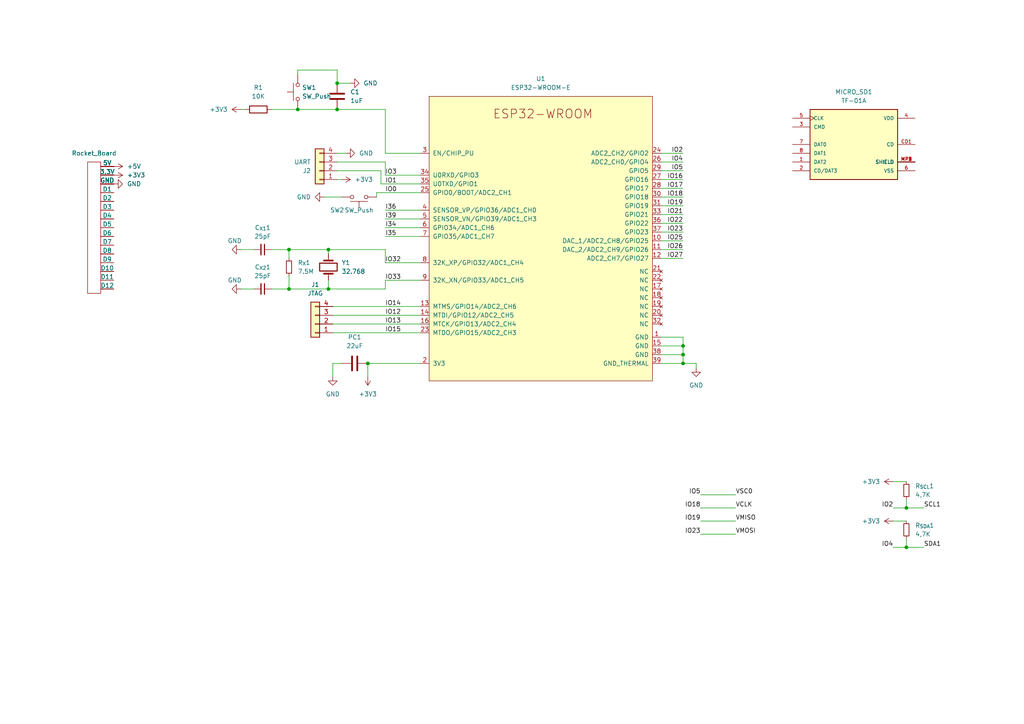
<source format=kicad_sch>
(kicad_sch (version 20211123) (generator eeschema)
  (paper "A4")
  (lib_symbols
    (symbol "BlueSat:Rocket_Board" (pin_numbers hide) (pin_names (offset 0))
      (property "Value" "Rocket_Board" (at 1.27 19.05 0))
      (symbol "Rocket_Board_0_1"
        (rectangle (start -3.81 -21.59) (end 0 16.51))
      )
      (symbol "Rocket_Board_1_1"
        (pin passive line (at 3.81 15.24 180) (length 3.81) (name "5V") (number "1"))
        (pin passive line (at 3.81 12.7 180) (length 3.81) (name "3.3V") (number "10"))
        (pin passive line (at 3.81 10.16 180) (length 3.81) (name "GND") (number "11"))
        (pin passive line (at 3.81 -2.54 180) (length 3.81) (name "D5") (number "12"))
        (pin passive line (at 3.81 -7.62 180) (length 3.81) (name "D7") (number "13"))
        (pin passive line (at 3.81 10.16 180) (length 3.81) (name "GND") (number "14"))
        (pin passive line (at 3.81 -12.7 180) (length 3.81) (name "D9") (number "15"))
        (pin passive line (at 3.81 -17.78 180) (length 3.81) (name "D11") (number "16"))
        (pin passive line (at 3.81 10.16 180) (length 3.81) (name "GND") (number "17"))
        (pin passive line (at 3.81 15.24 180) (length 3.81) (name "5V") (number "18"))
        (pin passive line (at 3.81 10.16 180) (length 3.81) (name "GND") (number "19"))
        (pin passive line (at 3.81 10.16 180) (length 3.81) (name "GND") (number "2"))
        (pin passive line (at 3.81 12.7 180) (length 3.81) (name "3.3V") (number "20"))
        (pin passive line (at 3.81 12.7 180) (length 3.81) (name "3.3V") (number "21"))
        (pin passive line (at 3.81 10.16 180) (length 3.81) (name "GND") (number "22"))
        (pin passive line (at 3.81 15.24 180) (length 3.81) (name "5V") (number "23"))
        (pin passive line (at 3.81 10.16 180) (length 3.81) (name "GND") (number "24"))
        (pin passive line (at 3.81 -20.32 180) (length 3.81) (name "D12") (number "25"))
        (pin passive line (at 3.81 -15.24 180) (length 3.81) (name "D10") (number "26"))
        (pin passive line (at 3.81 10.16 180) (length 3.81) (name "GND") (number "27"))
        (pin passive line (at 3.81 -10.16 180) (length 3.81) (name "D8") (number "28"))
        (pin passive line (at 3.81 -5.08 180) (length 3.81) (name "D6") (number "29"))
        (pin passive line (at 3.81 12.7 180) (length 3.81) (name "3.3V") (number "3"))
        (pin passive line (at 3.81 10.16 180) (length 3.81) (name "GND") (number "30"))
        (pin passive line (at 3.81 12.7 180) (length 3.81) (name "3.3V") (number "31"))
        (pin passive line (at 3.81 10.16 180) (length 3.81) (name "GND") (number "32"))
        (pin passive line (at 3.81 15.24 180) (length 3.81) (name "5V") (number "33"))
        (pin passive line (at 3.81 10.16 180) (length 3.81) (name "GND") (number "34"))
        (pin passive line (at 3.81 0 180) (length 3.81) (name "D4") (number "35"))
        (pin passive line (at 3.81 5.08 180) (length 3.81) (name "D2") (number "36"))
        (pin passive line (at 3.81 10.16 180) (length 3.81) (name "GND") (number "37"))
        (pin passive line (at 3.81 12.7 180) (length 3.81) (name "3.3V") (number "38"))
        (pin passive line (at 3.81 10.16 180) (length 3.81) (name "GND") (number "39"))
        (pin passive line (at 3.81 10.16 180) (length 3.81) (name "GND") (number "4"))
        (pin passive line (at 3.81 15.24 180) (length 3.81) (name "5V") (number "40"))
        (pin passive line (at 3.81 7.62 180) (length 3.81) (name "D1") (number "5"))
        (pin passive line (at 3.81 2.54 180) (length 3.81) (name "D3") (number "6"))
        (pin passive line (at 3.81 10.16 180) (length 3.81) (name "GND") (number "7"))
        (pin passive line (at 3.81 15.24 180) (length 3.81) (name "5V") (number "8"))
        (pin passive line (at 3.81 10.16 180) (length 3.81) (name "GND") (number "9"))
      )
    )
    (symbol "Connector_Generic:Conn_01x04" (pin_names (offset 1.016) hide)
      (property "Reference" "J" (at 0 5.08 0))
      (property "Value" "Conn_01x04" (at 0 -7.62 0))
      (symbol "Conn_01x04_1_1"
        (rectangle (start -1.27 -4.953) (end 0 -5.207) (stroke (width 0.1524)))
        (rectangle (start -1.27 -2.413) (end 0 -2.667) (stroke (width 0.1524)))
        (rectangle (start -1.27 0.127) (end 0 -0.127) (stroke (width 0.1524)))
        (rectangle (start -1.27 2.667) (end 0 2.413) (stroke (width 0.1524)))
        (rectangle (start -1.27 3.81) (end 1.27 -6.35) (stroke (width 0.254)) (fill (type background)))
        (pin passive line (at -5.08 2.54 0) (length 3.81) (name "Pin_1") (number "1"))
        (pin passive line (at -5.08 0 0) (length 3.81) (name "Pin_2") (number "2"))
        (pin passive line (at -5.08 -2.54 0) (length 3.81) (name "Pin_3") (number "3"))
        (pin passive line (at -5.08 -5.08 0) (length 3.81) (name "Pin_4") (number "4"))
      )
    )
    (symbol "Device:C" (pin_numbers hide) (pin_names (offset 0.254))
      (property "Reference" "C" (at 0.635 2.54 0))
      (property "Value" "C" (at 0.635 -2.54 0))
      (symbol "C_0_1"
        (polyline (pts (xy -2.032 -0.762) (xy 2.032 -0.762)) (stroke (width 0.508)))
        (polyline (pts (xy -2.032 0.762) (xy 2.032 0.762)) (stroke (width 0.508)))
      )
      (symbol "C_1_1"
        (pin passive line (at 0 3.81 270) (length 2.794) (name "~") (number "1"))
        (pin passive line (at 0 -3.81 90) (length 2.794) (name "~") (number "2"))
      )
    )
    (symbol "Device:C_Small" (pin_numbers hide) (pin_names (offset 0.254) hide)
      (property "Reference" "C" (at 0.254 1.778 0))
      (property "Value" "C_Small" (at 0.254 -2.032 0))
      (symbol "C_Small_0_1"
        (polyline (pts (xy -1.524 -0.508) (xy 1.524 -0.508)) (stroke (width 0.3302)))
        (polyline (pts (xy -1.524 0.508) (xy 1.524 0.508)) (stroke (width 0.3048)))
      )
      (symbol "C_Small_1_1"
        (pin passive line (at 0 2.54 270) (length 2.032) (name "~") (number "1"))
        (pin passive line (at 0 -2.54 90) (length 2.032) (name "~") (number "2"))
      )
    )
    (symbol "Device:Crystal" (pin_numbers hide) (pin_names (offset 1.016) hide)
      (property "Reference" "Y" (at 0 3.81 0))
      (property "Value" "Crystal" (at 0 -3.81 0))
      (symbol "Crystal_0_1"
        (rectangle (start -1.143 2.54) (end 1.143 -2.54) (stroke (width 0.3048)))
        (polyline (pts (xy -2.54 0) (xy -1.905 0)))
        (polyline (pts (xy -1.905 -1.27) (xy -1.905 1.27)) (stroke (width 0.508)))
        (polyline (pts (xy 1.905 -1.27) (xy 1.905 1.27)) (stroke (width 0.508)))
        (polyline (pts (xy 2.54 0) (xy 1.905 0)))
      )
      (symbol "Crystal_1_1"
        (pin passive line (at -3.81 0 0) (length 1.27) (name "1") (number "1"))
        (pin passive line (at 3.81 0 180) (length 1.27) (name "2") (number "2"))
      )
    )
    (symbol "Device:R" (pin_numbers hide) (pin_names (offset 0))
      (property "Reference" "R" (at 2.032 0 90))
      (property "Value" "R" (at 0 0 90))
      (symbol "R_0_1"
        (rectangle (start -1.016 -2.54) (end 1.016 2.54) (stroke (width 0.254)))
      )
      (symbol "R_1_1"
        (pin passive line (at 0 3.81 270) (length 1.27) (name "~") (number "1"))
        (pin passive line (at 0 -3.81 90) (length 1.27) (name "~") (number "2"))
      )
    )
    (symbol "Device:R_Small" (pin_numbers hide) (pin_names (offset 0.254) hide)
      (property "Reference" "R" (at 0.762 0.508 0))
      (property "Value" "R_Small" (at 0.762 -1.016 0))
      (symbol "R_Small_0_1"
        (rectangle (start -0.762 1.778) (end 0.762 -1.778) (stroke (width 0.2032)))
      )
      (symbol "R_Small_1_1"
        (pin passive line (at 0 2.54 270) (length 0.762) (name "~") (number "1"))
        (pin passive line (at 0 -2.54 90) (length 0.762) (name "~") (number "2"))
      )
    )
    (symbol "ESP32:ESP32-WROOM-E" (pin_names (offset 1.016))
      (property "Reference" "U" (at 0 43.18 0))
      (property "Value" "ESP32-WROOM-E" (at 0 -41.91 0))
      (symbol "ESP32-WROOM-E_0_1"
        (rectangle (start 33.02 41.91) (end -31.75 -40.64) (fill (type background)))
      )
      (symbol "ESP32-WROOM-E_1_1"
        (text "ESP32-­WROOM­" (at 1.27 36.83 0) (effects (font (size 2.54 2.54))))
        (pin power_in line (at 35.56 -27.94 180) (length 2.54) (name "GND") (number "1"))
        (pin bidirectional line (at 35.56 0 180) (length 2.54) (name "DAC_1/ADC2_CH8/GPIO25") (number "10"))
        (pin bidirectional line (at 35.56 -2.54 180) (length 2.54) (name "DAC_2/ADC2_CH9/GPIO26") (number "11"))
        (pin bidirectional line (at 35.56 -5.08 180) (length 2.54) (name "ADC2_CH7/GPIO27") (number "12"))
        (pin bidirectional line (at -34.29 -19.05 0) (length 2.54) (name "MTMS/GPIO14/ADC2_CH6") (number "13"))
        (pin bidirectional line (at -34.29 -21.59 0) (length 2.54) (name "MTDI/GPIO12/ADC2_CH5") (number "14"))
        (pin power_in line (at 35.56 -30.48 180) (length 2.54) (name "GND") (number "15"))
        (pin bidirectional line (at -34.29 -24.13 0) (length 2.54) (name "MTCK/GPIO13/ADC2_CH4") (number "16"))
        (pin no_connect line (at 35.56 -13.97 180) (length 2.54) (name "NC") (number "17"))
        (pin no_connect line (at 35.56 -16.51 180) (length 2.54) (name "NC") (number "18"))
        (pin no_connect line (at 35.56 -19.05 180) (length 2.54) (name "NC") (number "19"))
        (pin power_in line (at -34.29 -35.56 0) (length 2.54) (name "3V3") (number "2"))
        (pin no_connect line (at 35.56 -21.59 180) (length 2.54) (name "NC") (number "20"))
        (pin no_connect line (at 35.56 -8.89 180) (length 2.54) (name "NC") (number "21"))
        (pin no_connect line (at 35.56 -11.43 180) (length 2.54) (name "NC") (number "22"))
        (pin bidirectional line (at -34.29 -26.67 0) (length 2.54) (name "MTDO/GPIO15/ADC2_CH3") (number "23"))
        (pin bidirectional line (at 35.56 25.4 180) (length 2.54) (name "ADC2_CH2/GPIO2") (number "24"))
        (pin bidirectional line (at -34.29 13.97 0) (length 2.54) (name "GPIO0/BOOT/ADC2_CH1") (number "25"))
        (pin bidirectional line (at 35.56 22.86 180) (length 2.54) (name "ADC2_CH0/GPIO4") (number "26"))
        (pin bidirectional line (at 35.56 17.78 180) (length 2.54) (name "GPIO16") (number "27"))
        (pin bidirectional line (at 35.56 15.24 180) (length 2.54) (name "GPIO17") (number "28"))
        (pin bidirectional line (at 35.56 20.32 180) (length 2.54) (name "GPIO5") (number "29"))
        (pin input line (at -34.29 25.4 0) (length 2.54) (name "EN/CHIP_PU") (number "3"))
        (pin bidirectional line (at 35.56 12.7 180) (length 2.54) (name "GPIO18") (number "30"))
        (pin bidirectional line (at 35.56 10.16 180) (length 2.54) (name "GPIO19") (number "31"))
        (pin no_connect line (at 35.56 -24.13 180) (length 2.54) (name "NC") (number "32"))
        (pin bidirectional line (at 35.56 7.62 180) (length 2.54) (name "GPIO21") (number "33"))
        (pin bidirectional line (at -34.29 19.05 0) (length 2.54) (name "U0RXD/GPIO3") (number "34"))
        (pin bidirectional line (at -34.29 16.51 0) (length 2.54) (name "U0TXD/GPIO1") (number "35"))
        (pin bidirectional line (at 35.56 5.08 180) (length 2.54) (name "GPIO22") (number "36"))
        (pin bidirectional line (at 35.56 2.54 180) (length 2.54) (name "GPIO23") (number "37"))
        (pin power_in line (at 35.56 -33.02 180) (length 2.54) (name "GND") (number "38"))
        (pin power_in line (at 35.56 -35.56 180) (length 2.54) (name "GND_THERMAL") (number "39"))
        (pin input line (at -34.29 8.89 0) (length 2.54) (name "SENSOR_VP/GPIO36/ADC1_CH0") (number "4"))
        (pin input line (at -34.29 6.35 0) (length 2.54) (name "SENSOR_VN/GPIO39/ADC1_CH3") (number "5"))
        (pin input line (at -34.29 3.81 0) (length 2.54) (name "GPIO34/ADC1_CH6") (number "6"))
        (pin input line (at -34.29 1.27 0) (length 2.54) (name "GPIO35/ADC1_CH7") (number "7"))
        (pin bidirectional line (at -34.29 -6.35 0) (length 2.54) (name "32K_XP/GPIO32/ADC1_CH4") (number "8"))
        (pin bidirectional line (at -34.29 -11.43 0) (length 2.54) (name "32K_XN/GPIO33/ADC1_CH5") (number "9"))
      )
    )
    (symbol "Switch:SW_Push" (pin_numbers hide) (pin_names (offset 1.016) hide)
      (property "Reference" "SW" (at 1.27 2.54 0))
      (property "Value" "SW_Push" (at 0 -1.524 0))
      (symbol "SW_Push_0_1"
        (circle (center -2.032 0) (radius 0.508))
        (polyline (pts (xy 0 1.27) (xy 0 3.048)))
        (polyline (pts (xy 2.54 1.27) (xy -2.54 1.27)))
        (circle (center 2.032 0) (radius 0.508))
        (pin passive line (at -5.08 0 0) (length 2.54) (name "1") (number "1"))
        (pin passive line (at 5.08 0 180) (length 2.54) (name "2") (number "2"))
      )
    )
    (symbol "TF-01A:TF-01A" (pin_names (offset 1.016))
      (property "Reference" "MICRO_SD" (at -12.7 10.795 0))
      (property "Value" "TF-01A" (at -12.7 -12.7 0))
      (symbol "TF-01A_0_0"
        (rectangle (start -12.7 -10.16) (end 12.7 10.16) (stroke (width 0.254)) (fill (type background)))
        (pin bidirectional line (at -17.78 -5.08 0) (length 5.08) (name "DAT2") (number "1"))
        (pin bidirectional line (at -17.78 -7.62 0) (length 5.08) (name "CD/DAT3") (number "2"))
        (pin bidirectional line (at -17.78 5.08 0) (length 5.08) (name "CMD") (number "3"))
        (pin power_in line (at 17.78 7.62 180) (length 5.08) (name "VDD") (number "4"))
        (pin bidirectional clock (at -17.78 7.62 0) (length 5.08) (name "CLK") (number "5"))
        (pin power_in line (at 17.78 -7.62 180) (length 5.08) (name "VSS") (number "6"))
        (pin bidirectional line (at -17.78 0 0) (length 5.08) (name "DAT0") (number "7"))
        (pin bidirectional line (at -17.78 -2.54 0) (length 5.08) (name "DAT1") (number "8"))
        (pin passive line (at 17.78 0 180) (length 5.08) (name "CD") (number "CD1"))
        (pin power_in line (at 17.78 -5.08 180) (length 5.08) (name "SHIELD") (number "MP1"))
        (pin power_in line (at 17.78 -5.08 180) (length 5.08) (name "SHIELD") (number "MP2"))
        (pin power_in line (at 17.78 -5.08 180) (length 5.08) (name "SHIELD") (number "MP3"))
        (pin power_in line (at 17.78 -5.08 180) (length 5.08) (name "SHIELD") (number "MP4"))
      )
    )
    (symbol "power:+3.3V" (power) (pin_names (offset 0))
      (property "Value" "+3.3V" (at 0 3.556 0))
      (symbol "+3.3V_0_1"
        (polyline (pts (xy -0.762 1.27) (xy 0 2.54)))
        (polyline (pts (xy 0 0) (xy 0 2.54)))
        (polyline (pts (xy 0 2.54) (xy 0.762 1.27)))
      )
      (symbol "+3.3V_1_1"
        (pin power_in line (at 0 0 90) (length 0) hide (name "+3V3") (number "1"))
      )
    )
    (symbol "power:+5V" (power) (pin_names (offset 0))
      (property "Value" "+5V" (at 0 3.556 0))
      (symbol "+5V_0_1"
        (polyline (pts (xy -0.762 1.27) (xy 0 2.54)))
        (polyline (pts (xy 0 0) (xy 0 2.54)))
        (polyline (pts (xy 0 2.54) (xy 0.762 1.27)))
      )
      (symbol "+5V_1_1"
        (pin power_in line (at 0 0 90) (length 0) hide (name "+5V") (number "1"))
      )
    )
    (symbol "power:GND" (power) (pin_names (offset 0))
      (property "Value" "GND" (at 0 -3.81 0))
      (symbol "GND_0_1"
        (polyline (pts (xy 0 0) (xy 0 -1.27) (xy 1.27 -1.27) (xy 0 -2.54) (xy -1.27 -1.27) (xy 0 -1.27)))
      )
      (symbol "GND_1_1"
        (pin power_in line (at 0 0 270) (length 0) hide (name "GND") (number "1"))
      )
    )
  )
  (junction (at 262.89 147.32))
  (junction (at 83.82 72.39))
  (junction (at 198.12 100.33))
  (junction (at 83.82 83.82))
  (junction (at 198.12 105.41))
  (junction (at 86.36 31.75))
  (junction (at 97.79 31.75))
  (junction (at 198.12 102.87))
  (junction (at 95.25 72.39))
  (junction (at 262.89 158.75))
  (junction (at 97.79 24.13))
  (junction (at 106.68 105.41))
  (junction (at 95.25 83.82))
  (wire (pts (xy 96.52 88.9) (xy 121.92 88.9)))
  (wire (pts (xy 83.82 72.39) (xy 95.25 72.39)))
  (wire (pts (xy 97.79 44.45) (xy 100.33 44.45)))
  (wire (pts (xy 191.77 100.33) (xy 198.12 100.33)))
  (wire (pts (xy 191.77 49.53) (xy 198.12 49.53)))
  (wire (pts (xy 95.25 83.82) (xy 95.25 81.28)))
  (wire (pts (xy 96.52 91.44) (xy 121.92 91.44)))
  (wire (pts (xy 69.85 72.39) (xy 73.66 72.39)))
  (wire (pts (xy 111.76 81.28) (xy 121.92 81.28)))
  (wire (pts (xy 111.76 81.28) (xy 111.76 83.82)))
  (wire (pts (xy 69.85 83.82) (xy 73.66 83.82)))
  (wire (pts (xy 191.77 52.07) (xy 198.12 52.07)))
  (wire (pts (xy 121.92 50.8) (xy 111.76 50.8)))
  (wire (pts (xy 191.77 67.31) (xy 198.12 67.31)))
  (wire (pts (xy 111.76 63.5) (xy 121.92 63.5)))
  (wire (pts (xy 262.89 156.21) (xy 262.89 158.75)))
  (wire (pts (xy 191.77 54.61) (xy 198.12 54.61)))
  (wire (pts (xy 198.12 97.79) (xy 198.12 100.33)))
  (wire (pts (xy 78.74 72.39) (xy 83.82 72.39)))
  (wire (pts (xy 86.36 20.32) (xy 86.36 21.59)))
  (wire (pts (xy 198.12 100.33) (xy 198.12 102.87)))
  (wire (pts (xy 203.2 143.51) (xy 213.36 143.51)))
  (wire (pts (xy 259.08 139.7) (xy 262.89 139.7)))
  (wire (pts (xy 106.68 105.41) (xy 106.68 109.22)))
  (wire (pts (xy 86.36 31.75) (xy 97.79 31.75)))
  (wire (pts (xy 95.25 83.82) (xy 111.76 83.82)))
  (wire (pts (xy 191.77 69.85) (xy 198.12 69.85)))
  (wire (pts (xy 110.49 49.53) (xy 97.79 49.53)))
  (wire (pts (xy 121.92 55.88) (xy 109.22 55.88)))
  (wire (pts (xy 78.74 31.75) (xy 86.36 31.75)))
  (wire (pts (xy 96.52 105.41) (xy 96.52 109.22)))
  (wire (pts (xy 198.12 102.87) (xy 198.12 105.41)))
  (wire (pts (xy 203.2 151.13) (xy 213.36 151.13)))
  (wire (pts (xy 191.77 102.87) (xy 198.12 102.87)))
  (wire (pts (xy 99.06 105.41) (xy 96.52 105.41)))
  (wire (pts (xy 111.76 50.8) (xy 111.76 46.99)))
  (wire (pts (xy 97.79 24.13) (xy 101.6 24.13)))
  (wire (pts (xy 201.93 106.68) (xy 201.93 105.41)))
  (wire (pts (xy 121.92 53.34) (xy 110.49 53.34)))
  (wire (pts (xy 259.08 158.75) (xy 262.89 158.75)))
  (wire (pts (xy 69.85 31.75) (xy 71.12 31.75)))
  (wire (pts (xy 191.77 44.45) (xy 198.12 44.45)))
  (wire (pts (xy 93.98 57.15) (xy 99.06 57.15)))
  (wire (pts (xy 262.89 144.78) (xy 262.89 147.32)))
  (wire (pts (xy 262.89 158.75) (xy 267.97 158.75)))
  (wire (pts (xy 111.76 44.45) (xy 111.76 31.75)))
  (wire (pts (xy 111.76 68.58) (xy 121.92 68.58)))
  (wire (pts (xy 191.77 74.93) (xy 198.12 74.93)))
  (wire (pts (xy 95.25 72.39) (xy 111.76 72.39)))
  (wire (pts (xy 191.77 72.39) (xy 198.12 72.39)))
  (wire (pts (xy 110.49 53.34) (xy 110.49 49.53)))
  (wire (pts (xy 111.76 31.75) (xy 97.79 31.75)))
  (wire (pts (xy 95.25 72.39) (xy 95.25 73.66)))
  (wire (pts (xy 109.22 55.88) (xy 109.22 57.15)))
  (wire (pts (xy 262.89 147.32) (xy 267.97 147.32)))
  (wire (pts (xy 191.77 46.99) (xy 198.12 46.99)))
  (wire (pts (xy 97.79 20.32) (xy 97.79 24.13)))
  (wire (pts (xy 191.77 57.15) (xy 198.12 57.15)))
  (wire (pts (xy 95.25 83.82) (xy 83.82 83.82)))
  (wire (pts (xy 97.79 52.07) (xy 99.06 52.07)))
  (wire (pts (xy 203.2 154.94) (xy 213.36 154.94)))
  (wire (pts (xy 191.77 59.69) (xy 198.12 59.69)))
  (wire (pts (xy 96.52 96.52) (xy 121.92 96.52)))
  (wire (pts (xy 83.82 74.93) (xy 83.82 72.39)))
  (wire (pts (xy 121.92 44.45) (xy 111.76 44.45)))
  (wire (pts (xy 111.76 60.96) (xy 121.92 60.96)))
  (wire (pts (xy 111.76 46.99) (xy 97.79 46.99)))
  (wire (pts (xy 191.77 97.79) (xy 198.12 97.79)))
  (wire (pts (xy 111.76 72.39) (xy 111.76 76.2)))
  (wire (pts (xy 111.76 66.04) (xy 121.92 66.04)))
  (wire (pts (xy 191.77 105.41) (xy 198.12 105.41)))
  (wire (pts (xy 78.74 83.82) (xy 83.82 83.82)))
  (wire (pts (xy 86.36 20.32) (xy 97.79 20.32)))
  (wire (pts (xy 121.92 105.41) (xy 106.68 105.41)))
  (wire (pts (xy 111.76 76.2) (xy 121.92 76.2)))
  (wire (pts (xy 191.77 62.23) (xy 198.12 62.23)))
  (wire (pts (xy 198.12 105.41) (xy 201.93 105.41)))
  (wire (pts (xy 191.77 64.77) (xy 198.12 64.77)))
  (wire (pts (xy 259.08 147.32) (xy 262.89 147.32)))
  (wire (pts (xy 259.08 151.13) (xy 262.89 151.13)))
  (wire (pts (xy 203.2 147.32) (xy 213.36 147.32)))
  (wire (pts (xy 96.52 93.98) (xy 121.92 93.98)))
  (wire (pts (xy 83.82 83.82) (xy 83.82 80.01)))
  (label "I35" (at 111.76 68.58 0))
  (label "IO13" (at 111.76 93.98 0))
  (label "IO17" (at 198.12 54.61 180))
  (label "IO5" (at 198.12 49.53 180))
  (label "SCL1" (at 267.97 147.32 0))
  (label "IO1" (at 111.76 53.34 0))
  (label "IO23" (at 203.2 154.94 180))
  (label "I36" (at 111.76 60.96 0))
  (label "IO14" (at 111.76 88.9 0))
  (label "VCLK" (at 213.36 147.32 0))
  (label "IO12" (at 111.76 91.44 0))
  (label "IO2" (at 259.08 147.32 180))
  (label "IO18" (at 203.2 147.32 180))
  (label "IO22" (at 198.12 64.77 180))
  (label "IO18" (at 198.12 57.15 180))
  (label "SDA1" (at 267.97 158.75 0))
  (label "IO21" (at 198.12 62.23 180))
  (label "VSC0" (at 213.36 143.51 0))
  (label "I34" (at 111.76 66.04 0))
  (label "IO15" (at 111.76 96.52 0))
  (label "IO27" (at 198.12 74.93 180))
  (label "IO4" (at 198.12 46.99 180))
  (label "IO19" (at 203.2 151.13 180))
  (label "IO33" (at 111.76 81.28 0))
  (label "IO3" (at 111.76 50.8 0))
  (label "IO25" (at 198.12 69.85 180))
  (label "IO26" (at 198.12 72.39 180))
  (label "I39" (at 111.76 63.5 0))
  (label "IO0" (at 111.76 55.88 0))
  (label "VMISO" (at 213.36 151.13 0))
  (label "IO32" (at 111.76 76.2 0))
  (label "IO4" (at 259.08 158.75 180))
  (label "VMOSI" (at 213.36 154.94 0))
  (label "IO19" (at 198.12 59.69 180))
  (label "IO16" (at 198.12 52.07 180))
  (label "IO23" (at 198.12 67.31 180))
  (label "IO5" (at 203.2 143.51 180))
  (label "IO2" (at 198.12 44.45 180))
  (symbol (lib_id "Switch:SW_Push") (at 86.36 26.67 90) (unit 1)
    (property "Reference" "SW1" (at 87.63 25.3999 90) (effects (justify right)))
    (property "Value" "SW_Push" (at 87.63 27.9399 90) (effects (justify right)))
    (property "Footprint" "Button_Switch_SMD:SW_Push_1P1T_NO_CK_KMR2" (effects hide))
  )
  (symbol (lib_id "power:GND") (at 96.52 109.22 0) (unit 1)
    (property "Reference" "#PWR0101" (effects hide))
    (property "Value" "GND" (at 96.52 114.3 0))
  )
  (symbol (lib_id "power:GND") (at 101.6 24.13 90) (unit 1)
    (property "Reference" "#PWR0106" (effects hide))
    (property "Value" "GND" (at 105.41 24.1299 90) (effects (justify right)))
  )
  (symbol (lib_id "Device:C_Small") (at 76.2 72.39 270) (unit 1)
    (property "Reference" "C_{X1}1" (at 76.1936 66.04 90))
    (property "Value" "25pF" (at 76.1936 68.58 90))
    (property "Footprint" "Capacitor_SMD:C_0805_2012Metric_Pad1.18x1.45mm_HandSolder" (effects hide))
  )
  (symbol (lib_id "Connector_Generic:Conn_01x04") (at 91.44 93.98 180) (unit 1)
    (property "Reference" "J1" (at 91.44 82.55 0))
    (property "Value" "JTAG" (at 91.44 85.09 0))
    (property "Footprint" "Connector_PinHeader_2.54mm:PinHeader_1x04_P2.54mm_Vertical" (effects hide))
  )
  (symbol (lib_id "power:GND") (at 33.02 53.34 90) (unit 1)
    (property "Reference" "#PWR0115" (effects hide))
    (property "Value" "GND" (at 36.83 53.3399 90) (effects (justify right)))
  )
  (symbol (lib_id "Device:R") (at 74.93 31.75 90) (unit 1)
    (property "Reference" "R1" (at 74.93 25.4 90))
    (property "Value" "10K" (at 74.93 27.94 90))
    (property "Footprint" "Resistor_SMD:R_0603_1608Metric" (effects hide))
  )
  (symbol (lib_id "Device:Crystal") (at 95.25 77.47 90) (unit 1)
    (property "Reference" "Y1" (at 99.06 76.1999 90) (effects (justify right)))
    (property "Value" "32.768" (at 99.06 78.7399 90) (effects (justify right)))
    (property "Footprint" "Crystal:Crystal_SMD_G8-2Pin_3.2x1.5mm_HandSoldering" (effects hide))
    (property "Datasheet" "https://www.digikey.com.au/en/products/detail/diodes-incorporated/G8327A058/13997777" (effects hide))
  )
  (symbol (lib_id "power:GND") (at 100.33 44.45 90) (unit 1)
    (property "Reference" "#PWR0105" (effects hide))
    (property "Value" "GND" (at 104.14 44.4499 90) (effects (justify right)))
  )
  (symbol (lib_id "Device:C") (at 102.87 105.41 270) (unit 1)
    (property "Reference" "PC1" (at 102.87 97.79 90))
    (property "Value" "22uF" (at 102.87 100.33 90))
    (property "Footprint" "Capacitor_SMD:C_0805_2012Metric_Pad1.18x1.45mm_HandSolder" (effects hide))
  )
  (symbol (lib_id "power:GND") (at 201.93 106.68 0) (unit 1)
    (property "Reference" "#PWR0103" (effects hide))
    (property "Value" "GND" (at 201.93 111.76 0))
  )
  (symbol (lib_id "Device:C_Small") (at 76.2 83.82 270) (unit 1)
    (property "Reference" "C_{X2}1" (at 76.1936 77.47 90))
    (property "Value" "25pF" (at 76.1936 80.01 90))
    (property "Footprint" "Capacitor_SMD:C_0805_2012Metric_Pad1.18x1.45mm_HandSolder" (effects hide))
  )
  (symbol (lib_id "power:+3.3V") (at 69.85 31.75 90) (unit 1)
    (property "Reference" "#PWR0111" (effects hide))
    (property "Value" "+3.3V" (at 66.04 31.7499 90) (effects (justify left)))
  )
  (symbol (lib_id "power:+3.3V") (at 259.08 139.7 90) (unit 1)
    (property "Reference" "#PWR0108" (effects hide))
    (property "Value" "+3.3V" (at 255.27 139.6999 90) (effects (justify left)))
  )
  (symbol (lib_id "power:+5V") (at 33.02 48.26 270) (unit 1)
    (property "Reference" "#PWR0114" (effects hide))
    (property "Value" "+5V" (at 36.83 48.2599 90) (effects (justify left)))
  )
  (symbol (lib_id "Device:C") (at 97.79 27.94 0) (unit 1)
    (property "Reference" "C1" (at 101.6 26.6699 0) (effects (justify left)))
    (property "Value" "1uF" (at 101.6 29.2099 0) (effects (justify left)))
    (property "Footprint" "Capacitor_SMD:C_0805_2012Metric_Pad1.18x1.45mm_HandSolder" (effects hide))
  )
  (symbol (lib_id "power:+3.3V") (at 259.08 151.13 90) (unit 1)
    (property "Reference" "#PWR0107" (effects hide))
    (property "Value" "+3.3V" (at 255.27 151.1299 90) (effects (justify left)))
  )
  (symbol (lib_id "Connector_Generic:Conn_01x04") (at 92.71 49.53 180) (unit 1)
    (property "Reference" "J2" (at 90.17 49.5301 0) (effects (justify left)))
    (property "Value" "UART" (at 90.17 46.9901 0) (effects (justify left)))
    (property "Footprint" "Connector_PinHeader_2.54mm:PinHeader_1x04_P2.54mm_Vertical" (effects hide))
  )
  (symbol (lib_id "power:GND") (at 69.85 72.39 270) (unit 1)
    (property "Reference" "#PWR0112" (effects hide))
    (property "Value" "GND" (at 66.04 69.85 90) (effects (justify left)))
  )
  (symbol (lib_id "Device:R_Small") (at 262.89 142.24 0) (unit 1)
    (property "Reference" "R_{SCL}1" (at 265.43 140.9699 0) (effects (justify left)))
    (property "Value" "4,7K" (at 265.43 143.5099 0) (effects (justify left)))
    (property "Footprint" "Resistor_SMD:R_0603_1608Metric_Pad0.98x0.95mm_HandSolder" (effects hide))
  )
  (symbol (lib_id "power:+3.3V") (at 99.06 52.07 270) (unit 1)
    (property "Reference" "#PWR0104" (effects hide))
    (property "Value" "+3.3V" (at 102.87 52.0699 90) (effects (justify left)))
  )
  (symbol (lib_id "power:+3.3V") (at 33.02 50.8 270) (unit 1)
    (property "Reference" "#PWR0113" (effects hide))
    (property "Value" "+3.3V" (at 36.83 50.7999 90) (effects (justify left)))
  )
  (symbol (lib_id "Device:R_Small") (at 83.82 77.47 0) (unit 1)
    (property "Reference" "R_{X}1" (at 86.36 76.1999 0) (effects (justify left)))
    (property "Value" "7.5M" (at 86.36 78.7399 0) (effects (justify left)))
    (property "Footprint" "Resistor_SMD:R_0603_1608Metric_Pad0.98x0.95mm_HandSolder" (effects hide))
  )
  (symbol (lib_id "TF-01A:TF-01A") (at 247.65 41.91 0) (unit 1)
    (property "Reference" "MICRO_SD1" (at 247.65 26.67 0))
    (property "Value" "TF-01A" (at 247.65 29.21 0))
    (property "Footprint" "SnapEDA Library:TF-01A" (effects hide))
    (property "Availability" "Not in stock" (effects hide))
    (property "Price" "None" (effects hide))
    (property "MF" "HRO Electronics Co., Ltd." (effects hide))
    (property "MP" "TF-01A" (effects hide))
    (property "Description" "Standard Card Edge Connectors" (effects hide))
    (property "Package" "Package" (effects hide))
  )
  (symbol (lib_id "BlueSat:Rocket_Board") (at 29.21 63.5 0) (unit 1)
    (property "Reference" "Board1" (effects hide))
    (property "Value" "Rocket_Board" (at 27.305 44.45 0))
    (property "Footprint" "Bluesat:Rocket_Layout" (effects hide))
  )
  (symbol (lib_id "power:+3.3V") (at 106.68 109.22 180) (unit 1)
    (property "Reference" "#PWR0102" (effects hide))
    (property "Value" "+3.3V" (at 106.68 114.3 0))
  )
  (symbol (lib_id "Switch:SW_Push") (at 104.14 57.15 180) (unit 1)
    (property "Reference" "SW2" (at 97.79 60.96 0))
    (property "Value" "SW_Push" (at 104.14 60.96 0))
    (property "Footprint" "Button_Switch_SMD:SW_Push_1P1T_NO_CK_KMR2" (effects hide))
  )
  (symbol (lib_id "Device:R_Small") (at 262.89 153.67 0) (unit 1)
    (property "Reference" "R_{SDA}1" (at 265.43 152.3999 0) (effects (justify left)))
    (property "Value" "4,7K" (at 265.43 154.9399 0) (effects (justify left)))
    (property "Footprint" "Resistor_SMD:R_0603_1608Metric_Pad0.98x0.95mm_HandSolder" (effects hide))
  )
  (symbol (lib_id "ESP32:ESP32-WROOM-E") (at 156.21 69.85 0) (unit 1)
    (property "Reference" "U1" (at 156.845 22.86 0))
    (property "Value" "ESP32-WROOM-E" (at 156.845 25.4 0))
    (property "Footprint" "Espressif:ESP32-WROOM-32E" (effects hide))
    (property "Datasheet" "https://www.espressif.com/sites/default/files/documentation/esp32-wroom-32e_esp32-wroom-32ue_datasheet_en.pdf" (effects hide))
  )
  (symbol (lib_id "power:GND") (at 93.98 57.15 270) (unit 1)
    (property "Reference" "#PWR0109" (effects hide))
    (property "Value" "GND" (at 90.17 57.1499 90) (effects (justify right)))
  )
  (symbol (lib_id "power:GND") (at 69.85 83.82 270) (unit 1)
    (property "Reference" "#PWR0110" (effects hide))
    (property "Value" "GND" (at 66.04 81.28 90) (effects (justify left)))
  )
)
</source>
